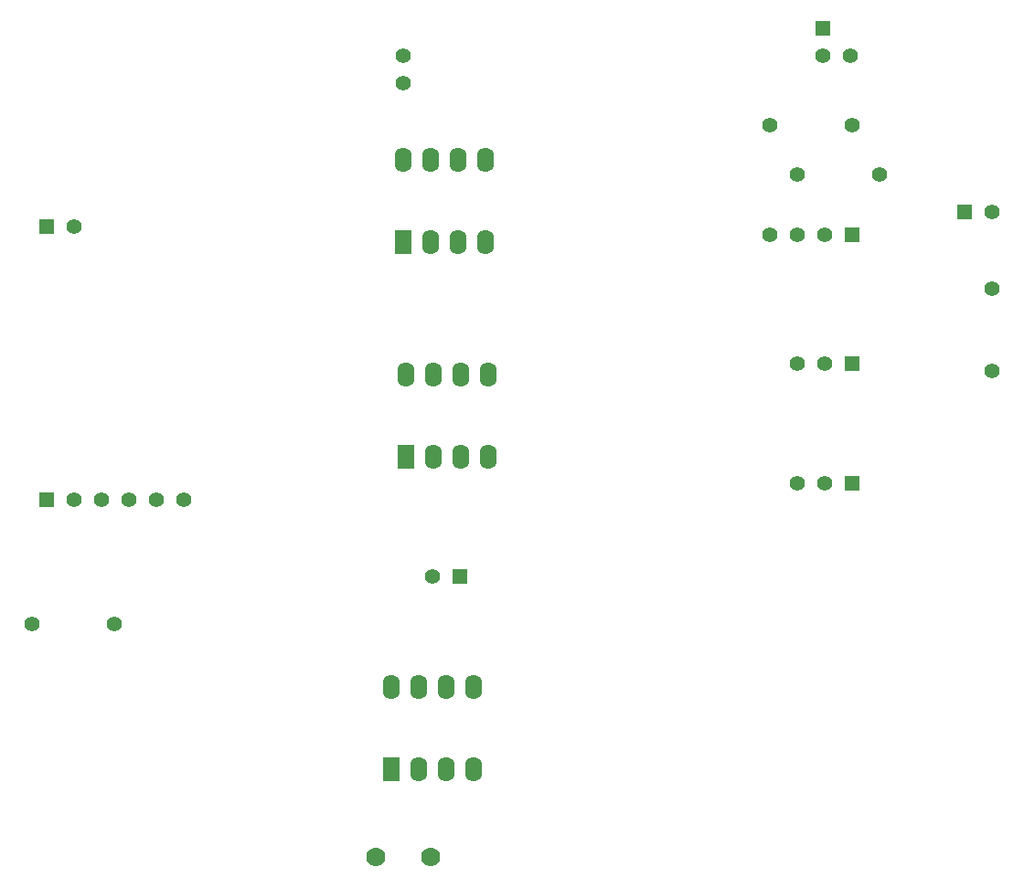
<source format=gtl>
G04 (created by PCBNEW-RS274X (2011-05-25)-stable) date Thu 03 Jan 2013 12:31:12 AM EST*
G01*
G70*
G90*
%MOIN*%
G04 Gerber Fmt 3.4, Leading zero omitted, Abs format*
%FSLAX34Y34*%
G04 APERTURE LIST*
%ADD10C,0.006000*%
%ADD11R,0.055000X0.055000*%
%ADD12C,0.055000*%
%ADD13R,0.062000X0.090000*%
%ADD14O,0.062000X0.090000*%
%ADD15C,0.070000*%
G04 APERTURE END LIST*
G54D10*
G54D11*
X51150Y-20000D03*
G54D12*
X51150Y-21000D03*
X52150Y-21000D03*
G54D11*
X22850Y-37200D03*
G54D12*
X23850Y-37200D03*
X24850Y-37200D03*
X25850Y-37200D03*
X26850Y-37200D03*
X27850Y-37200D03*
G54D11*
X52200Y-27550D03*
G54D12*
X51200Y-27550D03*
X50200Y-27550D03*
X49200Y-27550D03*
G54D11*
X52200Y-36600D03*
G54D12*
X51200Y-36600D03*
X50200Y-36600D03*
G54D11*
X52200Y-32250D03*
G54D12*
X51200Y-32250D03*
X50200Y-32250D03*
G54D11*
X22850Y-27250D03*
G54D12*
X23850Y-27250D03*
G54D11*
X56300Y-26700D03*
G54D12*
X57300Y-26700D03*
G54D13*
X35850Y-27800D03*
G54D14*
X36850Y-27800D03*
X37850Y-27800D03*
X38850Y-27800D03*
X38850Y-24800D03*
X37850Y-24800D03*
X36850Y-24800D03*
X35850Y-24800D03*
G54D13*
X35950Y-35650D03*
G54D14*
X36950Y-35650D03*
X37950Y-35650D03*
X38950Y-35650D03*
X38950Y-32650D03*
X37950Y-32650D03*
X36950Y-32650D03*
X35950Y-32650D03*
G54D13*
X35400Y-47050D03*
G54D14*
X36400Y-47050D03*
X37400Y-47050D03*
X38400Y-47050D03*
X38400Y-44050D03*
X37400Y-44050D03*
X36400Y-44050D03*
X35400Y-44050D03*
G54D12*
X35850Y-21000D03*
X35850Y-22000D03*
X25300Y-41750D03*
X22300Y-41750D03*
X53200Y-25350D03*
X50200Y-25350D03*
X52200Y-23550D03*
X49200Y-23550D03*
X57300Y-29500D03*
X57300Y-32500D03*
G54D15*
X34850Y-50250D03*
X36850Y-50250D03*
G54D11*
X37900Y-40000D03*
G54D12*
X36900Y-40000D03*
M02*

</source>
